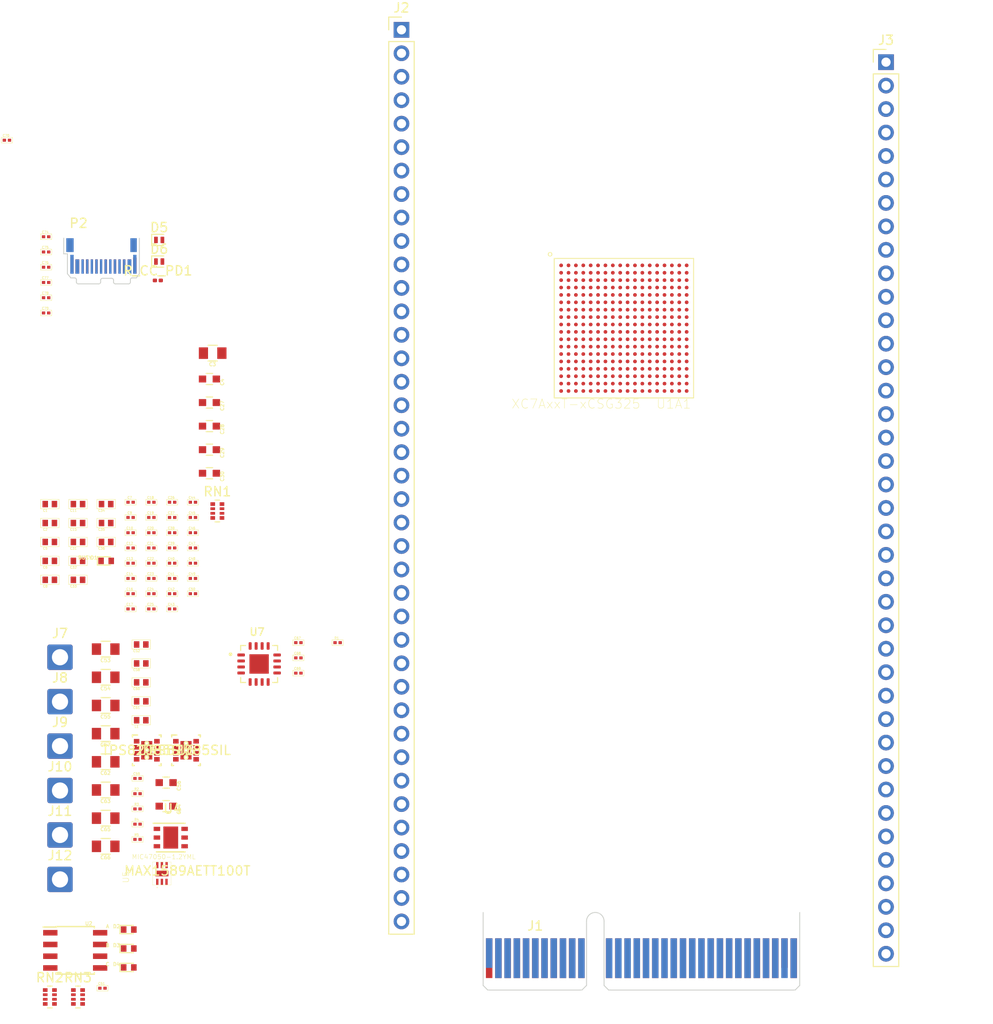
<source format=kicad_pcb>
(kicad_pcb (version 20241229) (generator "pcbnew") (generator_version "9.0")
  (layers (0 "F.Cu" signal) (4 "In1.Cu" signal) (6 "In2.Cu" signal) (2 "B.Cu" signal) (13 "F.Paste" user) (15 "B.Paste" user) (5 "F.SilkS" user "F.Silkscreen") (7 "B.SilkS" user "B.Silkscreen") (1 "F.Mask" user) (3 "B.Mask" user) (25 "Edge.Cuts" user))
  (net 0 "")
  (net 1 "P1V0_MGTAVCC_B")
  (net 2 "GND")
  (net 3 "P1V2_MGTAVTT_B")
  (net 4 "P1V0_VCC_FPGA_B")
  (net 5 "P1V8_FPGA_VCCAUX_B")
  (net 6 "VCC_BANK14_B")
  (net 7 "Net-(U3-VOUT)")
  (net 8 "MGT_REFCLK0_B+")
  (net 9 "Net-(J1-REFCLK+)")
  (net 10 "MGT_REFCLK0_B-")
  (net 11 "Net-(J1-REFCLK-)")
  (net 12 "MGT0_TX_B+")
  (net 13 "Net-(J1-PETp0)")
  (net 14 "MGT0_TX_B-")
  (net 15 "Net-(J1-PETn0)")
  (net 16 "Net-(J1-PETp1)")
  (net 17 "MGT1_TX_B+")
  (net 18 "MGT1_TX_B-")
  (net 19 "Net-(J1-PETn1)")
  (net 20 "Net-(D1-K)")
  (net 21 "BUSY_LED_PU")
  (net 22 "Net-(D2-K)")
  (net 23 "Net-(D2-A)")
  (net 24 "Net-(D3-A)")
  (net 25 "Net-(D3-K)")
  (net 26 "Net-(D4-A)")
  (net 27 "Net-(D4-K)")
  (net 28 "Net-(D5-K)")
  (net 29 "USB_2-")
  (net 30 "Net-(D6-K)")
  (net 31 "USB_2+")
  (net 48 "MGT0_RX_B-")
  (net 58 "MGT1_RX_B-")
  (net 63 "MGT1_RX_B+")
  (net 64 "MGT0_RX_B+")
  (net 66 "DIO_3_P")
  (net 67 "DIO_13_N")
  (net 68 "DIO_3_N")
  (net 69 "DIO_1_N")
  (net 70 "DIO_15_N")
  (net 71 "DIO_9_N")
  (net 72 "DIO_7_N")
  (net 73 "XADC_2_P")
  (net 74 "XADC_3_N")
  (net 75 "DIO_11_P")
  (net 76 "DIO_5_N")
  (net 77 "DIO_15_P")
  (net 78 "DIO_13_P")
  (net 79 "DIO_7_P")
  (net 80 "XADC_2_N")
  (net 81 "DIO_5_P")
  (net 82 "DIO_2_P")
  (net 83 "MRCC_Out_2")
  (net 84 "MRCC_Out_3")
  (net 85 "DIO_1_P")
  (net 86 "DIO_9_P")
  (net 87 "XADC_3_P")
  (net 88 "DIO_2_N")
  (net 89 "DIO_11_N")
  (net 90 "DIO_4_P")
  (net 91 "DIO_14_P")
  (net 92 "GPIO_0")
  (net 93 "GPIO_5")
  (net 94 "XADC_1_P")
  (net 95 "DIO_6_N")
  (net 96 "DIO_12_P")
  (net 97 "GPIO_2")
  (net 98 "DIO_14_N")
  (net 99 "XADC_1_N")
  (net 100 "DIO_8_P")
  (net 101 "DIO_16_P")
  (net 102 "DIO_8_N")
  (net 103 "DIO_10_N")
  (net 104 "GPIO_3")
  (net 105 "MRCC_Out_0")
  (net 106 "XADC_0_P")
  (net 107 "MRCC_Out_1")
  (net 108 "DIO_12_N")
  (net 109 "DIO_6_P")
  (net 110 "DIO_10_P")
  (net 111 "XADC_0_N")
  (net 112 "GPIO_4")
  (net 113 "DIO_16_N")
  (net 114 "GPIO_1")
  (net 115 "DIO_4_N")
  (net 118 "Net-(P2-CC)")
  (net 122 "Net-(U1E1E-MGTRREF_216)")
  (net 123 "Net-(U3-FB)")
  (net 124 "Net-(U6-FB)")
  (net 126 "Net-(RN1-R3.2)")
  (net 127 "Net-(RN1-R2.2)")
  (net 128 "Net-(RN3-R4.2)")
  (net 130 "Net-(RN3-R2.2)")
  (net 131 "Net-(RN3-R3.2)")
  (net 132 "JTAG_TDI_B")
  (net 133 "JTAG_TCK_B")
  (net 134 "FPGA_CCLK_0_B")
  (net 135 "JTAG_TMS_B")
  (net 136 "JTAG_TDO_B")
  (net 137 "Net-(U1B1B-IO_L1P_T0_D00_MOSI_14)")
  (net 138 "Net-(U1B1B-IO_L1N_T0_D01_DIN_14)")
  (footprint "SMT:c_0201_least" (layer "F.Cu") (at 153.4 109.04)
    (property "Reference" "C59")
    (property "Value" "0.1uf")
  )
  (footprint "fp_archive:C_0805" (layer "F.Cu") (at 149.95 113.34)
    (property "Reference" "C65")
    (property "Value" "100uf")
  )
  (footprint "tps82084:TPS82084SILR" (layer "F.Cu") (at 154.401199 105.991199)
    (property "Reference" "U3")
    (property "Value" "TPS82085SIL")
  )
  (footprint "fp_archive:C_0805" (layer "F.Cu") (at 149.95 110.29)
    (property "Reference" "C63")
    (property "Value" "100uf")
  )
  (footprint "Resistor_SMD:R_Array_Convex_4x0402" (layer "F.Cu") (at 143.9 132.7)
    (property "Reference" "RN2")
    (property "Value" "681")
  )
  (footprint "SMT:c_0402" (layer "F.Cu") (at 150 83.44)
    (property "Reference" "C36")
    (property "Value" "4.7uf" (hide yes))
  )
  (footprint "SMT:c_0402" (layer "F.Cu") (at 146.95 79.34)
    (property "Reference" "C11")
    (property "Value" "4.7uf" (hide yes))
  )
  (footprint "fp_archive:C_0603" (layer "F.Cu") (at 161.19 73.45)
    (property "Reference" "C29")
    (property "Value" "47uf")
  )
  (footprint "SMT:c_0201_least" (layer "F.Cu") (at 157.15 85.74)
    (property "Reference" "C40")
    (property "Value" "0.47uf")
  )
  (footprint "fp_archive:C_0805" (layer "F.Cu") (at 149.95 116.39)
    (property "Reference" "C66")
    (property "Value" "100uf")
  )
  (footprint "SMT:c_0201_least" (layer "F.Cu") (at 154.9 87.39)
    (property "Reference" "C23")
    (property "Value" "0.47uf")
  )
  (footprint "SMT:c_0201_least" (layer "F.Cu") (at 154.9 80.79)
    (property "Reference" "C19")
    (property "Value" "0.47uf")
  )
  (footprint "fp_archive:C_0805" (layer "F.Cu") (at 149.95 104.19)
    (property "Reference" "C57")
    (property "Value" "100uf")
  )
  (footprint "SMT:c_0402" (layer "F.Cu") (at 146.95 83.44)
    (property "Reference" "C31")
    (property "Value" "4.7uf" (hide yes))
  )
  (footprint "SMT:c_0201_least" (layer "F.Cu") (at 154.9 90.69)
    (property "Reference" "C25")
    (property "Value" "0.47uf")
  )
  (footprint "SMT:c_0201_least" (layer "F.Cu") (at 159.4 80.79)
    (property "Reference" "C45")
    (property "Value" "0.47uf")
  )
  (footprint "Diode_SMD:D_SOD-882" (layer "F.Cu") (at 155.745 50.745)
    (property "Reference" "D5")
    (property "Value" "PESD5V0S1UL")
  )
  (footprint "fp_archive:C_0603" (layer "F.Cu") (at 161.19 76)
    (property "Reference" "C30")
    (property "Value" "47uf")
  )
  (footprint "SMT:c_0201_least" (layer "F.Cu") (at 154.9 85.74)
    (property "Reference" "C22")
    (property "Value" "0.47uf")
  )
  (footprint "fp_archive:C_0805" (layer "F.Cu") (at 149.95 95.04)
    (property "Reference" "C53")
    (property "Value" "100uf")
  )
  (footprint "fp_archive:C_0805" (layer "F.Cu") (at 149.95 98.09)
    (property "Reference" "C54")
    (property "Value" "100uf")
  )
  (footprint "Connector_PinHeader_2.54mm:PinHeader_1x39_P2.54mm_Vertical" (layer "F.Cu") (at 182 28)
    (property "Reference" "J2")
    (property "Value" "2.54mm Through-Hole Socket")
  )
  (footprint "SMT:c_0201_least" (layer "F.Cu") (at 157.15 89.04)
    (property "Reference" "C42")
    (property "Value" "0.47uf")
  )
  (footprint "SMT:c_0201_least" (layer "F.Cu") (at 159.4 84.09)
    (property "Reference" "C47")
    (property "Value" "0.47uf")
  )
  (footprint "SMT:c_0201_least" (layer "F.Cu") (at 154.9 89.04)
    (property "Reference" "C24")
    (property "Value" "0.47uf")
  )
  (footprint "Diode_SMD:D_SOD-882" (layer "F.Cu") (at 155.745 53.085)
    (property "Reference" "D6")
    (property "Value" "PESD5V0S1UL")
  )
  (footprint "SMT:c_0402" (layer "F.Cu") (at 143.9 83.44)
    (property "Reference" "C5")
    (property "Value" "4.7uf" (hide yes))
  )
  (footprint "SMT:c_0402" (layer "F.Cu") (at 153.8 100.69)
    (property "Reference" "C61")
    (property "Value" "10uf" (hide yes))
  )
  (footprint "SMT:c_0201_least" (layer "F.Cu") (at 159.4 82.44)
    (property "Reference" "C46")
    (property "Value" "0.47uf")
  )
  (footprint "SMT:c_0201_least" (layer "F.Cu") (at 152.65 85.74)
    (property "Reference" "C13")
    (property "Value" "0.1uf")
  )
  (footprint "Connector_Wire:SolderWire-1sqmm_1x01_D1.4mm_OD2.7mm" (layer "F.Cu") (at 145 115.16)
    (property "Reference" "J11")
    (property "Value" "1P0")
  )
  (footprint "Connector_Wire:SolderWire-1sqmm_1x01_D1.4mm_OD2.7mm" (layer "F.Cu") (at 145 105.54)
    (property "Reference" "J9")
    (property "Value" "1P0")
  )
  (footprint "SMT:c_0201_least" (layer "F.Cu") (at 159.4 85.74)
    (property "Reference" "C48")
    (property "Value" "0.47uf")
  )
  (footprint "SMT:c_0402" (layer "F.Cu") (at 153.8 96.59)
    (property "Reference" "C58")
    (property "Value" "10uf" (hide yes))
  )
  (footprint "SMT:c_0402" (layer "F.Cu") (at 150 81.39)
    (property "Reference" "C35")
    (property "Value" "4.7uf" (hide yes))
  )
  (footprint "SMT:c_0201_least" (layer "F.Cu") (at 143.5 52.05)
    (property "Reference" "C75")
    (property "Value" "0.1uf")
  )
  (footprint "SMT:c_0402" (layer "F.Cu") (at 150 79.34)
    (property "Reference" "C34")
    (property "Value" "4.7uf" (hide yes))
  )
  (footprint "SMT:c_0402" (layer "F.Cu") (at 153.8 94.54)
    (property "Reference" "C52")
    (property "Value" "10uf" (hide yes))
  )
  (footprint "fp_archive:LED_0402" (layer "F.Cu") (at 152.45 125.4)
    (property "Reference" "D2")
    (property "Value" "A")
  )
  (footprint "SMT:c_0201_least" (layer "F.Cu") (at 152.65 90.69)
    (property "Reference" "C17")
    (property "Value" "0.47uf")
  )
  (footprint "SMT:r_0201_least" (layer "F.Cu") (at 153.4 110.69)
    (property "Reference" "R2")
    (property "Value" "124k")
  )
  (footprint "SMT:c_0402" (layer "F.Cu") (at 146.95 87.54)
    (property "Reference" "C33")
    (property "Value" "4.7uf" (hide yes))
  )
  (footprint "SMT:c_0201_least" (layer "F.Cu") (at 157.15 82.44)
    (property "Reference" "C38")
    (property "Value" "0.47uf")
  )
  (footprint "SMT:c_0201_least" (layer "F.Cu") (at 170.83 95.99)
    (property "Reference" "C68")
    (property "Value" "0.1uf")
  )
  (footprint "SMT:c_0201_least" (layer "F.Cu") (at 159.4 87.39)
    (property "Reference" "C49")
    (property "Value" "0.47uf")
  )
  (footprint "SMT:c_0402" (layer "F.Cu") (at 143.9 81.39)
    (property "Reference" "C2")
    (property "Value" "4.7uf" (hide yes))
  )
  (footprint "Connector_Wire:SolderWire-1sqmm_1x01_D1.4mm_OD2.7mm" (layer "F.Cu") (at 145 100.73)
    (property "Reference" "J8")
    (property "Value" "1P8")
  )
  (footprint "fp_archive:C_0603" (layer "F.Cu") (at 161.19 70.9)
    (property "Reference" "C28")
    (property "Value" "47uf")
  )
  (footprint "SMT:c_0201_least" (layer "F.Cu") (at 149.6 131.75)
    (property "Reference" "C51")
    (property "Value" "0.1uf")
  )
  (footprint "SMT:r_0201_least" (layer "F.Cu") (at 153.4 115.64)
    (property "Reference" "R5")
    (property "Value" "100k")
  )
  (footprint "SMT:c_0201_least" (layer "F.Cu") (at 152.65 84.09)
    (property "Reference" "C12")
    (property "Value" "0.47uf")
  )
  (footprint "SMT:c_0402" (layer "F.Cu") (at 143.9 79.34)
    (property "Reference" "C1")
    (property "Value" "4.7uf" (hide yes))
  )
  (footprint "fp_archive:C_0805" (layer "F.Cu") (at 149.95 107.24)
    (property "Reference" "C62")
    (property "Value" "100uf")
  )
  (footprint "SMT:r_0201_least" (layer "F.Cu") (at 153.4 112.34)
    (property "Reference" "R3")
    (property "Value" "100k")
  )
  (footprint "SMT:c_0402" (layer "F.Cu") (at 146.95 85.49)
    (property "Reference" "C32")
    (property "Value" "4.7uf" (hide yes))
  )
  (footprint "SMT:c_0201_least" (layer "F.Cu") (at 152.65 79.14)
    (property "Reference" "C7")
    (property "Value" "0.47uf")
  )
  (footprint "SMT:c_0201_least" (layer "F.Cu") (at 154.9 82.44)
    (property "Reference" "C20")
    (property "Value" "0.47uf")
  )
  (footprint "SMT:c_0201_least" (layer "F.Cu") (at 159.4 89.04)
    (property "Reference" "C50")
    (property "Value" "0.47uf")
  )
  (footprint "Connector_USB:USB_C_Plug_JAE_DX07P024AJ1" (layer "F.Cu") (at 149.7025 52.48)
    (property "Reference" "P2")
    (property "Value" "USB_C_Plug_USB2.0")
    (fp_line (start -4.3 -1.93) (end -4.3 -0.2275) (stroke (width 0.1)) (layer "Edge.Cuts"))
    (fp_line (start -4.3 -0.2275) (end -3.9 -0.2275) (stroke (width 0.1)) (layer "Edge.Cuts"))
    (fp_line (start -3.9 1.9225) (end -3.9 -0.2275) (stroke (width 0.1)) (layer "Edge.Cuts"))
    (fp_line (start -3.53 2.3725) (end -3.9 1.9225) (stroke (width 0.1)) (layer "Edge.Cuts"))
    (fp_line (start -3.125 2.3725) (end -3.53 2.3725) (stroke (width 0.1)) (layer "Edge.Cuts"))
    (fp_line (start -2.925 2.8225) (end -2.925 2.5725) (stroke (width 0.1)) (layer "Edge.Cuts"))
    (fp_line (start -0.5 3.0225) (end -2.725 3.0225) (stroke (width 0.1)) (layer "Edge.Cuts"))
    (fp_line (start -0.3 2.6225) (end -0.3 2.8225) (stroke (width 0.1)) (layer "Edge.Cuts"))
    (fp_line (start -0.1 2.4225) (end 0.9 2.4225) (stroke (width 0.1)) (layer "Edge.Cuts"))
    (fp_line (start 1.1 2.8225) (end 1.1 2.6225) (stroke (width 0.1)) (layer "Edge.Cuts"))
    (fp_line (start 1.3 3.0225) (end 2.725 3.0225) (stroke (width 0.1)) (layer "Edge.Cuts"))
    (fp_line (start 2.925 2.8225) (end 2.925 2.5725) (stroke (width 0.1)) (layer "Edge.Cuts"))
    (fp_line (start 3.125 2.3725) (end 3.575 2.3725) (stroke (width 0.1)) (layer "Edge.Cuts"))
    (fp_line (start 3.575 2.3725) (end 3.9 1.9225) (stroke (width 0.1)) (layer "Edge.Cuts"))
    (fp_line (start 3.9 1.9225) (end 3.9 -1.9175) (stroke (width 0.1)) (layer "Edge.Cuts"))
    (fp_arc (start -3.125 2.3725) (mid -2.983579 2.431079) (end -2.925 2.5725) (stroke (width 0.1)) (layer "Edge.Cuts"))
    (fp_arc (start -2.725 3.0225) (mid -2.866421 2.963921) (end -2.925 2.8225) (stroke (width 0.1)) (layer "Edge.Cuts"))
    (fp_arc (start -0.3 2.6225) (mid -0.241421 2.481079) (end -0.1 2.4225) (stroke (width 0.1)) (layer "Edge.Cuts"))
    (fp_arc (start -0.3 2.8225) (mid -0.358579 2.963921) (end -0.5 3.0225) (stroke (width 0.1)) (layer "Edge.Cuts"))
    (fp_arc (start 0.9 2.4225) (mid 1.041421 2.481079) (end 1.1 2.6225) (stroke (width 0.1)) (layer "Edge.Cuts"))
    (fp_arc (start 1.3 3.0225) (mid 1.158579 2.963921) (end 1.1 2.8225) (stroke (width 0.1)) (layer "Edge.Cuts"))
    (fp_arc (start 2.925 2.5725) (mid 2.983579 2.431079) (end 3.125 2.3725) (stroke (width 0.1)) (layer "Edge.Cuts"))
    (fp_arc (start 2.925 2.8225) (mid 2.866421 2.963921) (end 2.725 3.0225) (stroke (width 0.1)) (layer "Edge.Cuts"))
  )
  (footprint "fp_archive:C_0805" (layer "F.Cu") (at 161.54 63)
    (property "Reference" "C3")
    (property "Value" "100uf")
  )
  (footprint "SMT:c_0402" (layer "F.Cu") (at 143.9 87.54)
    (property "Reference" "C8")
    (property "Value" "4.7uf" (hide yes))
  )
  (footprint "Connector_PinHeader_2.54mm:PinHeader_1x39_P2.54mm_Vertical" (layer "F.Cu") (at 234.5 31.5)
    (property "Reference" "J3")
    (property "Value" "2.54mm Through-Hole Socket")
  )
  (footprint "fp_archive:C_0603" (layer "F.Cu") (at 161.19 68.35)
    (property "Reference" "C27")
    (property "Value" "47uf")
  )
  (footprint "fp_archive:LED_0402" (layer "F.Cu") (at 152.45 129.5)
    (property "Reference" "D4")
    (property "Value" "C")
  )
  (footprint "SMT:c_0201_least" (layer "F.Cu") (at 143.5 55.35)
    (property "Reference" "C77")
    (property "Value" "0.1uf")
  )
  (footprint "tps82084:TPS82084SILR" (layer "F.Cu") (at 158.653597 105.991199)
    (property "Reference" "U6")
    (property "Value" "TPS82085SIL")
  )
  (footprint "SMT:c_0402" (layer "F.Cu") (at 143.9 85.49)
    (property "Reference" "C6")
    (property "Value" "4.7uf" (hide yes))
  )
  (footprint "SMT:c_0201_least" (layer "F.Cu") (at 170.83 97.64)
    (property "Reference" "C69")
    (property "Value" "0.1uf")
  )
  (footprint "Resistor_SMD:R_Array_Convex_4x0402" (layer "F.Cu") (at 162.05 80.09)
    (property "Reference" "RN1")
    (property "Value" "4.7K")
  )
  (footprint "Connector_PCBEdge:BUS_PCIexpress_x4" (layer "F.Cu") (at 191.5 128.5)
    (property "Reference" "J1")
    (property "Value" "Bus_PCI_Express_x4")
    (fp_line (start -0.65 -4.95) (end -0.65 2.95) (stroke (width 0.1)) (layer "Edge.Cuts"))
    (fp_line (start -0.65 2.95) (end -0.15 3.45) (stroke (width 0.1)) (layer "Edge.Cuts"))
    (fp_line (start -0.15 3.45) (end 10.05 3.45) (stroke (width 0.1)) (layer "Edge.Cuts"))
    (fp_line (start 10.55 -4) (end 10.55 2.95) (stroke (width 0.1)) (layer "Edge.Cuts"))
    (fp_line (start 10.55 2.95) (end 10.05 3.45) (stroke (width 0.1)) (layer "Edge.Cuts"))
    (fp_line (start 12.45 -4) (end 12.45 2.95) (stroke (width 0.1)) (layer "Edge.Cuts"))
    (fp_line (start 12.45 2.95) (end 12.95 3.45) (stroke (width 0.1)) (layer "Edge.Cuts"))
    (fp_line (start 12.95 3.45) (end 33.15 3.45) (stroke (width 0.1)) (layer "Edge.Cuts"))
    (fp_line (start 33.65 -4.95) (end 33.65 2.95) (stroke (width 0.1)) (layer "Edge.Cuts"))
    (fp_line (start 33.65 2.95) (end 33.15 3.45) (stroke (width 0.1)) (layer "Edge.Cuts"))
    (fp_arc (start 10.55 -4) (mid 11.5 -4.95) (end 12.45 -4) (stroke (width 0.1)) (layer "Edge.Cuts"))
  )
  (footprint "MAX1589A:MAX1589AETT100T" (layer "F.Cu") (at 157.0012 115.4412)
    (property "Reference" "U4")
    (property "Value" "MAX1589AETT100T")
  )
  (footprint "SMT:c_0201_least" (layer "F.Cu") (at 152.65 82.44)
    (property "Reference" "C10")
    (property "Value" "0.1uf")
  )
  (footprint "SMT:c_0201_least" (layer "F.Cu") (at 157.15 90.69)
    (property "Reference" "C43")
    (property "Value" "0.47uf")
  )
  (footprint "Resistor_SMD:R_Array_Convex_4x0402" (layer "F.Cu") (at 146.95 132.7)
    (property "Reference" "RN3")
    (property "Value" "4.7K")
  )
  (footprint "Connector_Wire:SolderWire-1sqmm_1x01_D1.4mm_OD2.7mm" (layer "F.Cu") (at 145 119.97)
    (property "Reference" "J12")
    (property "Value" "GND")
  )
  (footprint "SMT:c_0201_least" (layer "F.Cu") (at 154.9 79.14)
    (property "Reference" "C18")
    (property "Value" "0.47uf")
  )
  (footprint "fp_archive:C_0603" (layer "F.Cu") (at 161.19 65.8)
    (property "Reference" "C4")
    (property "Value" "47uf")
  )
  (footprint "SMT:r_0201_least" (layer "F.Cu") (at 153.4 113.99)
    (property "Reference" "R4")
    (property "Value" "24.9k")
  )
  (footprint "SMT:r_0201_least" (layer "F.Cu") (at 175.08 94.34)
    (property "Reference" "R1")
    (property "Value" "100")
  )
  (footprint "SMT:c_0402" (layer "F.Cu") (at 146.95 81.39)
    (property "Reference" "C15")
    (property "Value" "4.7uf" (hide yes))
  )
  (footprint "SMT:c_0201_least" (layer "F.Cu") (at 159.4 79.14)
    (property "Reference" "C44")
    (property "Value" "0.47uf")
  )
  (footprint "fp_archive:C_0603" (layer "F.Cu") (at 156.5 112.04)
    (property "Reference" "C64")
    (property "Value" "22uf")
  )
  (footprint "SMT:c_0201_least" (layer "F.Cu") (at 170.83 94.34)
    (property "Reference" "C67")
    (property "Value" "0.1uf")
  )
  (footprint "SMT:c_0402" (layer "F.Cu") (at 153.8 98.64)
    (property "Reference" "C60")
    (property "Value" "10uf" (hide yes))
  )
  (footprint "fp_archive:LED_0402" (layer "F.Cu") (at 150 85.49)
    (property "Reference" "D1")
    (property "Value" "BUSY")
  )
  (footprint "SMT:c_0201_least" (layer "F.Cu") (at 157.15 87.39)
    (property "Reference" "C41")
    (property "Value" "0.47uf")
  )
  (footprint "SMT:c_0201_least" (layer "F.Cu") (at 152.65 89.04)
    (property "Reference" "C16")
    (property "Value" "0.47uf")
  )
  (footprint "SMT:c_0201_least" (layer "F.Cu") (at 143.5 50.4)
    (property "Reference" "C74")
    (property "Value" "0.1uf")
  )
  (footprint "SMT:c_0201_least" (layer "F.Cu") (at 139.25 39.95)
    (property "Reference" "C70")
    (property "Value" "0.47uf")
  )
  (footprint "fp_archive:QFN65P400X400X80-17N" (layer "F.Cu") (at 166.575 96.65)
    (property "Reference" "U7")
    (property "Value" "FT230XQ")
  )
  (footprint "SMT:c_0201_least" (layer "F.Cu") (at 152.65 80.79)
    (property "Reference" "C9")
    (property "Value" "0.1uf")
  )
  (footprint "fp_archive:SOIC-8_3.9x4.9mm_Pitch1.27mm" (layer "F.Cu") (at 146.65 127.65)
    (property "Reference" "U2")
    (property "Value" "S25Q")
  )
  (footprint "SMT:c_0201_least" (layer "F.Cu") (at 152.65 87.39)
    (property "Reference" "C14")
    (property "Value" "0.1uf")
  )
  (footprint "fp_archive:C_0603" (layer "F.Cu") (at 156.5 109.49)
    (property "Reference" "C56")
    (property "Value" "22uf")
  )
  (footprint "fp_archive:LED_0402" (layer "F.Cu") (at 152.45 127.45)
    (property "Reference" "D3")
    (property "Value" "B")
  )
  (footprint "Resistor_SMD:R_0201_0603Metric" (layer "F.Cu") (at 155.6 55.13)
    (property "Reference" "R_CC_PD1")
    (property "Value" "5.1k")
  )
  (footprint "SMT:c_0201_least" (layer "F.Cu") (at 143.5 58.65)
    (property "Reference" "C79")
    (property "Value" "0.1uf")
  )
  (footprint "SMT:c_0201_least" (layer "F.Cu") (at 143.5 53.7)
    (property "Reference" "C76")
    (property "Value" "0.1uf")
  )
  (footprint "fp_archive:C_0805" (layer "F.Cu") (at 149.95 101.14)
    (property "Reference" "C55")
    (property "Value" "100uf")
  )
  (footprint "SMT:c_0201_least" (layer "F.Cu") (at 154.9 84.09)
    (property "Reference" "C21")
    (property "Value" "0.47uf")
  )
  (footprint "XC7A50T-CSG325:CSG-324" (layer "F.Cu") (at 206.1 60.3)
    (property "Reference" "U1A1")
    (property "Value" "XC7AxxT-xCSG325")
  )
  (footprint "SMT:c_0201_least" (layer "F.Cu") (at 157.15 79.14)
    (property "Reference" "C26")
    (property "Value" "0.47uf")
  )
  (footprint "MIC47050:MIC47050-DFN-6-2MM" (layer "F.Cu") (at 156.04 119.33)
    (property "Reference" "U5")
    (property "Value" "MIC47050-1.2YML")
  )
  (footprint "SMT:c_0201_least" (layer "F.Cu") (at 157.15 80.79)
    (property "Reference" "C37")
    (property "Value" "0.47uf")
  )
  (footprint "SMT:c_0201_least" (layer "F.Cu") (at 157.15 84.09)
    (property "Reference" "C39")
    (property "Value" "0.47uf")
  )
  (footprint "SMT:c_0201_least" (layer "F.Cu") (at 143.5 57)
    (property "Reference" "C78")
    (property "Value" "0.1uf")
  )
  (footprint "SMT:r_0402" (layer "F.Cu") (at 153.8 102.74)
    (property "Reference" "L1")
    (property "Value" "330" (hide yes))
  )
  (footprint "Connector_Wire:SolderWire-1sqmm_1x01_D1.4mm_OD2.7mm" (layer "F.Cu") (at 145 110.35)
    (property "Reference" "J10")
    (property "Value" "1P2")
  )
  (footprint "Connector_Wire:SolderWire-1sqmm_1x01_D1.4mm_OD2.7mm" (layer "F.Cu") (at 145 95.92)
    (property "Reference" "J7")
    (property "Value" "3P3")
  )
)
</source>
